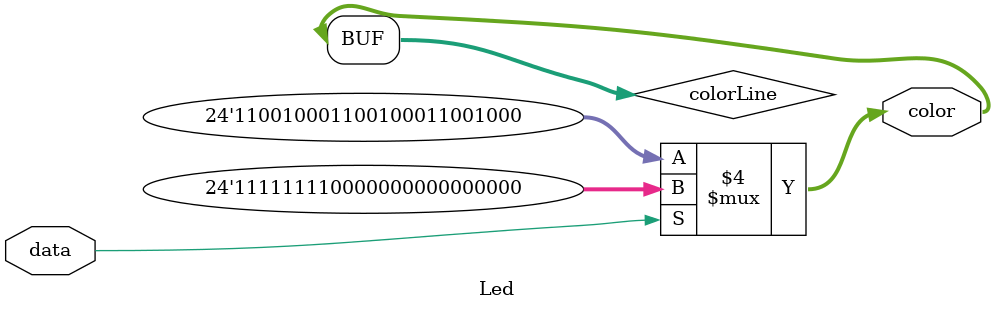
<source format=v>
module Led(color, data);
	output [23:0]color;
	input data;

	reg [23:0]colorLine;

	assign color = colorLine;
	
	always @(*)
	begin
		if (data == 0)
		begin
			colorLine = (200 << 16) | (200 << 8) | 200;
		end
		else
		begin
			colorLine = (255 << 16) | (0 << 8) | 0;
		end
	end
	
endmodule

</source>
